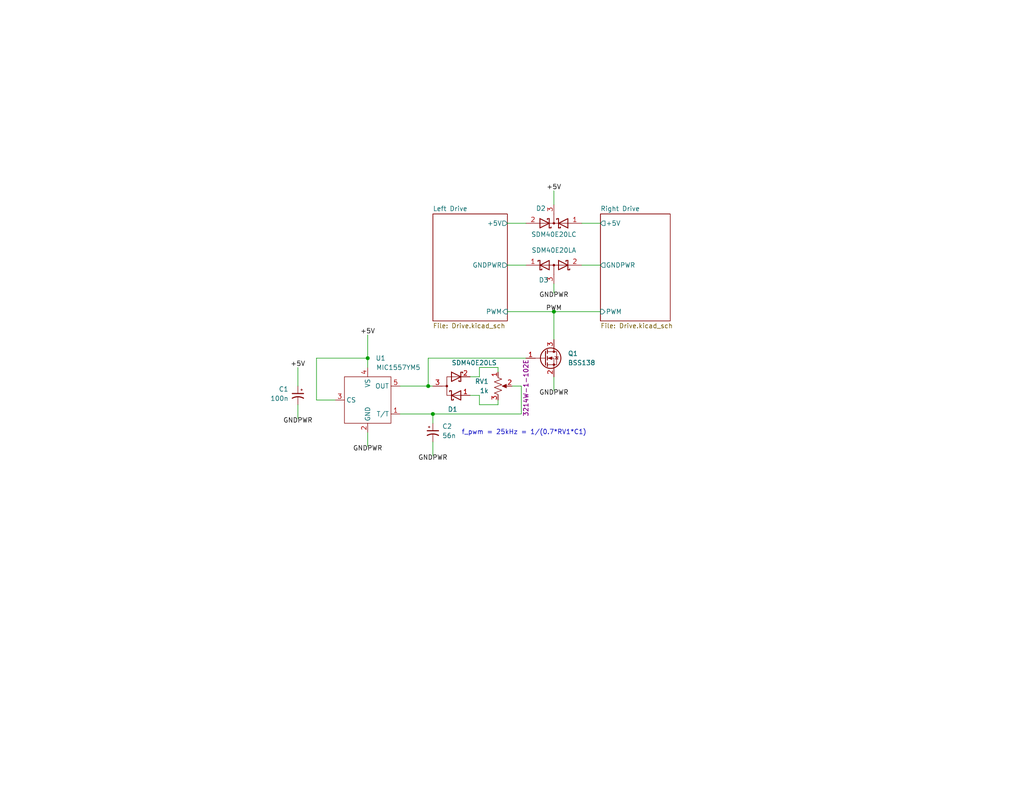
<source format=kicad_sch>
(kicad_sch
	(version 20250114)
	(generator "eeschema")
	(generator_version "9.0")
	(uuid "f116b78d-6426-4cfa-af3a-480932d1a135")
	(paper "USLetter")
	(lib_symbols
		(symbol "1U Backplane:MIC1557"
			(exclude_from_sim no)
			(in_bom yes)
			(on_board yes)
			(property "Reference" "U1"
				(at 2.1433 3.81 0)
				(effects
					(font
						(size 1.27 1.27)
					)
					(justify left)
				)
			)
			(property "Value" "MIC1557YM5"
				(at 2.286 1.27 0)
				(effects
					(font
						(size 1.27 1.27)
					)
					(justify left)
				)
			)
			(property "Footprint" "Package_TO_SOT_SMD:SOT-23-5"
				(at 0 0 0)
				(effects
					(font
						(size 1.27 1.27)
					)
					(hide yes)
				)
			)
			(property "Datasheet" "https://ww1.microchip.com/downloads/aemDocuments/documents/OTH/ProductDocuments/DataSheets/MIC1555-57-IttyBitty-RC-Timer-Oscillator-DS20005730B.pdf"
				(at 0 0 0)
				(effects
					(font
						(size 1.27 1.27)
					)
					(hide yes)
				)
			)
			(property "Description" "IttyBitty RC Oscillator"
				(at 0 0 0)
				(effects
					(font
						(size 1.27 1.27)
					)
					(hide yes)
				)
			)
			(symbol "MIC1557_0_0"
				(pin input line
					(at -8.89 -7.62 0)
					(length 2.54)
					(name "CS"
						(effects
							(font
								(size 1.27 1.27)
							)
						)
					)
					(number "3"
						(effects
							(font
								(size 1.27 1.27)
							)
						)
					)
				)
				(pin power_in line
					(at 0 1.27 270)
					(length 2.54)
					(name "VS"
						(effects
							(font
								(size 1.27 1.27)
							)
						)
					)
					(number "4"
						(effects
							(font
								(size 1.27 1.27)
							)
						)
					)
				)
				(pin power_in line
					(at 0 -16.51 90)
					(length 2.54)
					(name "GND"
						(effects
							(font
								(size 1.27 1.27)
							)
						)
					)
					(number "2"
						(effects
							(font
								(size 1.27 1.27)
							)
						)
					)
				)
				(pin output line
					(at 8.89 -3.81 180)
					(length 2.54)
					(name "OUT"
						(effects
							(font
								(size 1.27 1.27)
							)
						)
					)
					(number "5"
						(effects
							(font
								(size 1.27 1.27)
							)
						)
					)
				)
				(pin bidirectional line
					(at 8.89 -11.43 180)
					(length 2.54)
					(name "T/T"
						(effects
							(font
								(size 1.27 1.27)
							)
						)
					)
					(number "1"
						(effects
							(font
								(size 1.27 1.27)
							)
						)
					)
				)
			)
			(symbol "MIC1557_0_1"
				(rectangle
					(start -6.35 -1.27)
					(end 6.35 -13.97)
					(stroke
						(width 0)
						(type default)
					)
					(fill
						(type none)
					)
				)
			)
			(embedded_fonts no)
		)
		(symbol "Device:C_Polarized_Small_US"
			(pin_numbers
				(hide yes)
			)
			(pin_names
				(offset 0.254)
				(hide yes)
			)
			(exclude_from_sim no)
			(in_bom yes)
			(on_board yes)
			(property "Reference" "C"
				(at 0.254 1.778 0)
				(effects
					(font
						(size 1.27 1.27)
					)
					(justify left)
				)
			)
			(property "Value" "C_Polarized_Small_US"
				(at 0.254 -2.032 0)
				(effects
					(font
						(size 1.27 1.27)
					)
					(justify left)
				)
			)
			(property "Footprint" ""
				(at 0 0 0)
				(effects
					(font
						(size 1.27 1.27)
					)
					(hide yes)
				)
			)
			(property "Datasheet" "~"
				(at 0 0 0)
				(effects
					(font
						(size 1.27 1.27)
					)
					(hide yes)
				)
			)
			(property "Description" "Polarized capacitor, small US symbol"
				(at 0 0 0)
				(effects
					(font
						(size 1.27 1.27)
					)
					(hide yes)
				)
			)
			(property "ki_keywords" "cap capacitor"
				(at 0 0 0)
				(effects
					(font
						(size 1.27 1.27)
					)
					(hide yes)
				)
			)
			(property "ki_fp_filters" "CP_*"
				(at 0 0 0)
				(effects
					(font
						(size 1.27 1.27)
					)
					(hide yes)
				)
			)
			(symbol "C_Polarized_Small_US_0_1"
				(polyline
					(pts
						(xy -1.524 0.508) (xy 1.524 0.508)
					)
					(stroke
						(width 0.3048)
						(type default)
					)
					(fill
						(type none)
					)
				)
				(polyline
					(pts
						(xy -1.27 1.524) (xy -0.762 1.524)
					)
					(stroke
						(width 0)
						(type default)
					)
					(fill
						(type none)
					)
				)
				(polyline
					(pts
						(xy -1.016 1.27) (xy -1.016 1.778)
					)
					(stroke
						(width 0)
						(type default)
					)
					(fill
						(type none)
					)
				)
				(arc
					(start -1.524 -0.762)
					(mid 0 -0.3734)
					(end 1.524 -0.762)
					(stroke
						(width 0.3048)
						(type default)
					)
					(fill
						(type none)
					)
				)
			)
			(symbol "C_Polarized_Small_US_1_1"
				(pin passive line
					(at 0 2.54 270)
					(length 2.032)
					(name "~"
						(effects
							(font
								(size 1.27 1.27)
							)
						)
					)
					(number "1"
						(effects
							(font
								(size 1.27 1.27)
							)
						)
					)
				)
				(pin passive line
					(at 0 -2.54 90)
					(length 2.032)
					(name "~"
						(effects
							(font
								(size 1.27 1.27)
							)
						)
					)
					(number "2"
						(effects
							(font
								(size 1.27 1.27)
							)
						)
					)
				)
			)
			(embedded_fonts no)
		)
		(symbol "Device:D_Schottky_Dual_CommonAnode_KKA"
			(pin_names
				(offset 0.762)
				(hide yes)
			)
			(exclude_from_sim no)
			(in_bom yes)
			(on_board yes)
			(property "Reference" "D"
				(at 1.27 -2.54 0)
				(effects
					(font
						(size 1.27 1.27)
					)
				)
			)
			(property "Value" "D_Schottky_Dual_CommonAnode_KKA"
				(at 0 2.54 0)
				(effects
					(font
						(size 1.27 1.27)
					)
				)
			)
			(property "Footprint" ""
				(at 0 0 0)
				(effects
					(font
						(size 1.27 1.27)
					)
					(hide yes)
				)
			)
			(property "Datasheet" "~"
				(at 0 0 0)
				(effects
					(font
						(size 1.27 1.27)
					)
					(hide yes)
				)
			)
			(property "Description" "Dual Schottky diode, common anode on pin 3"
				(at 0 0 0)
				(effects
					(font
						(size 1.27 1.27)
					)
					(hide yes)
				)
			)
			(property "ki_keywords" "diode"
				(at 0 0 0)
				(effects
					(font
						(size 1.27 1.27)
					)
					(hide yes)
				)
			)
			(symbol "D_Schottky_Dual_CommonAnode_KKA_0_1"
				(polyline
					(pts
						(xy -3.81 1.27) (xy -3.81 -1.27) (xy -3.81 -1.27)
					)
					(stroke
						(width 0.254)
						(type default)
					)
					(fill
						(type none)
					)
				)
				(polyline
					(pts
						(xy -3.81 1.27) (xy -4.318 1.27) (xy -4.318 1.016) (xy -4.318 1.016)
					)
					(stroke
						(width 0.254)
						(type default)
					)
					(fill
						(type none)
					)
				)
				(polyline
					(pts
						(xy -3.556 0) (xy 3.81 0)
					)
					(stroke
						(width 0)
						(type default)
					)
					(fill
						(type none)
					)
				)
				(polyline
					(pts
						(xy -3.302 -1.016) (xy -3.302 -1.27) (xy -3.81 -1.27) (xy -3.81 -1.27) (xy -3.81 -1.27)
					)
					(stroke
						(width 0.254)
						(type default)
					)
					(fill
						(type none)
					)
				)
				(polyline
					(pts
						(xy -1.27 -1.27) (xy -3.81 0) (xy -1.27 1.27) (xy -1.27 -1.27) (xy -1.27 -1.27) (xy -1.27 -1.27)
					)
					(stroke
						(width 0.254)
						(type default)
					)
					(fill
						(type none)
					)
				)
				(polyline
					(pts
						(xy 0 0) (xy 0 -2.54)
					)
					(stroke
						(width 0)
						(type default)
					)
					(fill
						(type none)
					)
				)
				(circle
					(center 0 0)
					(radius 0.254)
					(stroke
						(width 0)
						(type default)
					)
					(fill
						(type outline)
					)
				)
				(polyline
					(pts
						(xy 1.27 1.27) (xy 3.81 0) (xy 1.27 -1.27) (xy 1.27 1.27) (xy 1.27 1.27) (xy 1.27 1.27)
					)
					(stroke
						(width 0.254)
						(type default)
					)
					(fill
						(type none)
					)
				)
				(polyline
					(pts
						(xy 3.81 1.27) (xy 3.81 -1.27) (xy 3.81 -1.27)
					)
					(stroke
						(width 0.254)
						(type default)
					)
					(fill
						(type none)
					)
				)
				(polyline
					(pts
						(xy 3.81 1.27) (xy 3.302 1.27) (xy 3.302 1.016) (xy 3.302 1.016)
					)
					(stroke
						(width 0.254)
						(type default)
					)
					(fill
						(type none)
					)
				)
				(polyline
					(pts
						(xy 3.81 -1.27) (xy 4.318 -1.27) (xy 4.318 -1.016) (xy 4.318 -1.016)
					)
					(stroke
						(width 0.254)
						(type default)
					)
					(fill
						(type none)
					)
				)
				(pin passive line
					(at -7.62 0 0)
					(length 3.81)
					(name "K"
						(effects
							(font
								(size 1.27 1.27)
							)
						)
					)
					(number "1"
						(effects
							(font
								(size 1.27 1.27)
							)
						)
					)
				)
				(pin passive line
					(at 0 -5.08 90)
					(length 2.54)
					(name "A"
						(effects
							(font
								(size 1.27 1.27)
							)
						)
					)
					(number "3"
						(effects
							(font
								(size 1.27 1.27)
							)
						)
					)
				)
				(pin passive line
					(at 7.62 0 180)
					(length 3.81)
					(name "K"
						(effects
							(font
								(size 1.27 1.27)
							)
						)
					)
					(number "2"
						(effects
							(font
								(size 1.27 1.27)
							)
						)
					)
				)
			)
			(embedded_fonts no)
		)
		(symbol "Device:D_Schottky_Dual_CommonCathode_AAK"
			(pin_names
				(offset 0.762)
				(hide yes)
			)
			(exclude_from_sim no)
			(in_bom yes)
			(on_board yes)
			(property "Reference" "D"
				(at 1.27 -2.54 0)
				(effects
					(font
						(size 1.27 1.27)
					)
				)
			)
			(property "Value" "D_Schottky_Dual_CommonCathode_AAK"
				(at 0 2.54 0)
				(effects
					(font
						(size 1.27 1.27)
					)
				)
			)
			(property "Footprint" ""
				(at 0 0 0)
				(effects
					(font
						(size 1.27 1.27)
					)
					(hide yes)
				)
			)
			(property "Datasheet" "~"
				(at 0 0 0)
				(effects
					(font
						(size 1.27 1.27)
					)
					(hide yes)
				)
			)
			(property "Description" "Dual Schottky diode, common cathode on pin 3"
				(at 0 0 0)
				(effects
					(font
						(size 1.27 1.27)
					)
					(hide yes)
				)
			)
			(property "ki_keywords" "diode"
				(at 0 0 0)
				(effects
					(font
						(size 1.27 1.27)
					)
					(hide yes)
				)
			)
			(symbol "D_Schottky_Dual_CommonCathode_AAK_0_1"
				(polyline
					(pts
						(xy -3.81 1.27) (xy -1.27 0) (xy -3.81 -1.27) (xy -3.81 1.27) (xy -3.81 1.27) (xy -3.81 1.27)
					)
					(stroke
						(width 0.254)
						(type default)
					)
					(fill
						(type none)
					)
				)
				(polyline
					(pts
						(xy -3.81 0) (xy 3.81 0)
					)
					(stroke
						(width 0)
						(type default)
					)
					(fill
						(type none)
					)
				)
				(polyline
					(pts
						(xy -1.778 1.016) (xy -1.778 1.27) (xy -1.27 1.27) (xy -1.27 1.27) (xy -1.27 1.27)
					)
					(stroke
						(width 0.254)
						(type default)
					)
					(fill
						(type none)
					)
				)
				(polyline
					(pts
						(xy -1.27 -1.27) (xy -1.27 1.27) (xy -1.27 1.27)
					)
					(stroke
						(width 0.254)
						(type default)
					)
					(fill
						(type none)
					)
				)
				(polyline
					(pts
						(xy -1.27 -1.27) (xy -0.762 -1.27) (xy -0.762 -1.016) (xy -0.762 -1.016)
					)
					(stroke
						(width 0.254)
						(type default)
					)
					(fill
						(type none)
					)
				)
				(polyline
					(pts
						(xy 0 0) (xy 0 -2.54)
					)
					(stroke
						(width 0)
						(type default)
					)
					(fill
						(type none)
					)
				)
				(circle
					(center 0 0)
					(radius 0.254)
					(stroke
						(width 0)
						(type default)
					)
					(fill
						(type outline)
					)
				)
				(polyline
					(pts
						(xy 1.27 1.27) (xy 0.762 1.27) (xy 0.762 1.016) (xy 0.762 1.016)
					)
					(stroke
						(width 0.254)
						(type default)
					)
					(fill
						(type none)
					)
				)
				(polyline
					(pts
						(xy 1.27 -1.27) (xy 1.27 1.27) (xy 1.27 1.27)
					)
					(stroke
						(width 0.254)
						(type default)
					)
					(fill
						(type none)
					)
				)
				(polyline
					(pts
						(xy 1.27 -1.27) (xy 1.778 -1.27) (xy 1.778 -1.016) (xy 1.778 -1.016)
					)
					(stroke
						(width 0.254)
						(type default)
					)
					(fill
						(type none)
					)
				)
				(polyline
					(pts
						(xy 3.81 -1.27) (xy 1.27 0) (xy 3.81 1.27) (xy 3.81 -1.27) (xy 3.81 -1.27) (xy 3.81 -1.27)
					)
					(stroke
						(width 0.254)
						(type default)
					)
					(fill
						(type none)
					)
				)
				(pin passive line
					(at -7.62 0 0)
					(length 3.81)
					(name "A"
						(effects
							(font
								(size 1.27 1.27)
							)
						)
					)
					(number "1"
						(effects
							(font
								(size 1.27 1.27)
							)
						)
					)
				)
				(pin passive line
					(at 0 -5.08 90)
					(length 2.54)
					(name "K"
						(effects
							(font
								(size 1.27 1.27)
							)
						)
					)
					(number "3"
						(effects
							(font
								(size 1.27 1.27)
							)
						)
					)
				)
				(pin passive line
					(at 7.62 0 180)
					(length 3.81)
					(name "A"
						(effects
							(font
								(size 1.27 1.27)
							)
						)
					)
					(number "2"
						(effects
							(font
								(size 1.27 1.27)
							)
						)
					)
				)
			)
			(embedded_fonts no)
		)
		(symbol "Device:D_Schottky_Dual_Series_AKC_Parallel"
			(pin_names
				(offset 0.762)
				(hide yes)
			)
			(exclude_from_sim no)
			(in_bom yes)
			(on_board yes)
			(property "Reference" "D"
				(at 0 5.08 0)
				(effects
					(font
						(size 1.27 1.27)
					)
				)
			)
			(property "Value" "D_Schottky_Dual_Series_AKC_Parallel"
				(at 0 -5.08 0)
				(effects
					(font
						(size 1.27 1.27)
					)
				)
			)
			(property "Footprint" ""
				(at -1.27 0 0)
				(effects
					(font
						(size 1.27 1.27)
					)
					(hide yes)
				)
			)
			(property "Datasheet" "~"
				(at -1.27 0 0)
				(effects
					(font
						(size 1.27 1.27)
					)
					(hide yes)
				)
			)
			(property "Description" "Dual Schottky diode, anode/cathode/center"
				(at 0 0 0)
				(effects
					(font
						(size 1.27 1.27)
					)
					(hide yes)
				)
			)
			(property "ki_keywords" "diode"
				(at 0 0 0)
				(effects
					(font
						(size 1.27 1.27)
					)
					(hide yes)
				)
			)
			(symbol "D_Schottky_Dual_Series_AKC_Parallel_0_1"
				(circle
					(center -1.27 0)
					(radius 0.254)
					(stroke
						(width 0)
						(type default)
					)
					(fill
						(type outline)
					)
				)
				(polyline
					(pts
						(xy -1.27 0) (xy -2.54 0)
					)
					(stroke
						(width 0)
						(type default)
					)
					(fill
						(type none)
					)
				)
				(polyline
					(pts
						(xy -0.508 -1.524) (xy -0.508 -1.27) (xy 0 -1.27) (xy 0 -3.81) (xy 0.508 -3.81) (xy 0.508 -3.556)
					)
					(stroke
						(width 0.254)
						(type default)
					)
					(fill
						(type none)
					)
				)
				(polyline
					(pts
						(xy 0 3.81) (xy 2.54 2.54) (xy 0 1.27) (xy 0 3.81) (xy 0 3.81) (xy 0 3.81)
					)
					(stroke
						(width 0.254)
						(type default)
					)
					(fill
						(type none)
					)
				)
				(polyline
					(pts
						(xy 2.54 2.54) (xy -1.27 2.54) (xy -1.27 -2.54) (xy 2.54 -2.54)
					)
					(stroke
						(width 0)
						(type default)
					)
					(fill
						(type none)
					)
				)
				(polyline
					(pts
						(xy 2.54 -1.27) (xy 0 -2.54) (xy 2.54 -3.81) (xy 2.54 -1.27) (xy 2.54 -1.27) (xy 2.54 -1.27)
					)
					(stroke
						(width 0.254)
						(type default)
					)
					(fill
						(type none)
					)
				)
				(polyline
					(pts
						(xy 3.048 3.556) (xy 3.048 3.81) (xy 2.54 3.81) (xy 2.54 1.27) (xy 2.032 1.27) (xy 2.032 1.524)
					)
					(stroke
						(width 0.254)
						(type default)
					)
					(fill
						(type none)
					)
				)
				(pin passive line
					(at -5.08 0 0)
					(length 2.54)
					(name "A"
						(effects
							(font
								(size 1.27 1.27)
							)
						)
					)
					(number "3"
						(effects
							(font
								(size 1.27 1.27)
							)
						)
					)
				)
				(pin passive line
					(at 5.08 2.54 180)
					(length 2.54)
					(name "K"
						(effects
							(font
								(size 1.27 1.27)
							)
						)
					)
					(number "2"
						(effects
							(font
								(size 1.27 1.27)
							)
						)
					)
				)
				(pin passive line
					(at 5.08 -2.54 180)
					(length 2.54)
					(name "K"
						(effects
							(font
								(size 1.27 1.27)
							)
						)
					)
					(number "1"
						(effects
							(font
								(size 1.27 1.27)
							)
						)
					)
				)
			)
			(embedded_fonts no)
		)
		(symbol "Device:R_Potentiometer_US"
			(pin_names
				(offset 1.016)
				(hide yes)
			)
			(exclude_from_sim no)
			(in_bom yes)
			(on_board yes)
			(property "Reference" "RV"
				(at -4.445 0 90)
				(effects
					(font
						(size 1.27 1.27)
					)
				)
			)
			(property "Value" "R_Potentiometer_US"
				(at -2.54 0 90)
				(effects
					(font
						(size 1.27 1.27)
					)
				)
			)
			(property "Footprint" ""
				(at 0 0 0)
				(effects
					(font
						(size 1.27 1.27)
					)
					(hide yes)
				)
			)
			(property "Datasheet" "~"
				(at 0 0 0)
				(effects
					(font
						(size 1.27 1.27)
					)
					(hide yes)
				)
			)
			(property "Description" "Potentiometer, US symbol"
				(at 0 0 0)
				(effects
					(font
						(size 1.27 1.27)
					)
					(hide yes)
				)
			)
			(property "ki_keywords" "resistor variable"
				(at 0 0 0)
				(effects
					(font
						(size 1.27 1.27)
					)
					(hide yes)
				)
			)
			(property "ki_fp_filters" "Potentiometer*"
				(at 0 0 0)
				(effects
					(font
						(size 1.27 1.27)
					)
					(hide yes)
				)
			)
			(symbol "R_Potentiometer_US_0_1"
				(polyline
					(pts
						(xy 0 2.54) (xy 0 2.286)
					)
					(stroke
						(width 0)
						(type default)
					)
					(fill
						(type none)
					)
				)
				(polyline
					(pts
						(xy 0 2.286) (xy 1.016 1.905) (xy 0 1.524) (xy -1.016 1.143) (xy 0 0.762)
					)
					(stroke
						(width 0)
						(type default)
					)
					(fill
						(type none)
					)
				)
				(polyline
					(pts
						(xy 0 0.762) (xy 1.016 0.381) (xy 0 0) (xy -1.016 -0.381) (xy 0 -0.762)
					)
					(stroke
						(width 0)
						(type default)
					)
					(fill
						(type none)
					)
				)
				(polyline
					(pts
						(xy 0 -0.762) (xy 1.016 -1.143) (xy 0 -1.524) (xy -1.016 -1.905) (xy 0 -2.286)
					)
					(stroke
						(width 0)
						(type default)
					)
					(fill
						(type none)
					)
				)
				(polyline
					(pts
						(xy 0 -2.286) (xy 0 -2.54)
					)
					(stroke
						(width 0)
						(type default)
					)
					(fill
						(type none)
					)
				)
				(polyline
					(pts
						(xy 1.143 0) (xy 2.286 0.508) (xy 2.286 -0.508) (xy 1.143 0)
					)
					(stroke
						(width 0)
						(type default)
					)
					(fill
						(type outline)
					)
				)
				(polyline
					(pts
						(xy 2.54 0) (xy 1.524 0)
					)
					(stroke
						(width 0)
						(type default)
					)
					(fill
						(type none)
					)
				)
			)
			(symbol "R_Potentiometer_US_1_1"
				(pin passive line
					(at 0 3.81 270)
					(length 1.27)
					(name "1"
						(effects
							(font
								(size 1.27 1.27)
							)
						)
					)
					(number "1"
						(effects
							(font
								(size 1.27 1.27)
							)
						)
					)
				)
				(pin passive line
					(at 0 -3.81 90)
					(length 1.27)
					(name "3"
						(effects
							(font
								(size 1.27 1.27)
							)
						)
					)
					(number "3"
						(effects
							(font
								(size 1.27 1.27)
							)
						)
					)
				)
				(pin passive line
					(at 3.81 0 180)
					(length 1.27)
					(name "2"
						(effects
							(font
								(size 1.27 1.27)
							)
						)
					)
					(number "2"
						(effects
							(font
								(size 1.27 1.27)
							)
						)
					)
				)
			)
			(embedded_fonts no)
		)
		(symbol "Transistor_FET:BSS138"
			(pin_names
				(hide yes)
			)
			(exclude_from_sim no)
			(in_bom yes)
			(on_board yes)
			(property "Reference" "Q"
				(at 5.08 1.905 0)
				(effects
					(font
						(size 1.27 1.27)
					)
					(justify left)
				)
			)
			(property "Value" "BSS138"
				(at 5.08 0 0)
				(effects
					(font
						(size 1.27 1.27)
					)
					(justify left)
				)
			)
			(property "Footprint" "Package_TO_SOT_SMD:SOT-23"
				(at 5.08 -1.905 0)
				(effects
					(font
						(size 1.27 1.27)
						(italic yes)
					)
					(justify left)
					(hide yes)
				)
			)
			(property "Datasheet" "https://www.onsemi.com/pub/Collateral/BSS138-D.PDF"
				(at 5.08 -3.81 0)
				(effects
					(font
						(size 1.27 1.27)
					)
					(justify left)
					(hide yes)
				)
			)
			(property "Description" "50V Vds, 0.22A Id, N-Channel MOSFET, SOT-23"
				(at 0 0 0)
				(effects
					(font
						(size 1.27 1.27)
					)
					(hide yes)
				)
			)
			(property "ki_keywords" "N-Channel MOSFET"
				(at 0 0 0)
				(effects
					(font
						(size 1.27 1.27)
					)
					(hide yes)
				)
			)
			(property "ki_fp_filters" "SOT?23*"
				(at 0 0 0)
				(effects
					(font
						(size 1.27 1.27)
					)
					(hide yes)
				)
			)
			(symbol "BSS138_0_1"
				(polyline
					(pts
						(xy 0.254 1.905) (xy 0.254 -1.905)
					)
					(stroke
						(width 0.254)
						(type default)
					)
					(fill
						(type none)
					)
				)
				(polyline
					(pts
						(xy 0.254 0) (xy -2.54 0)
					)
					(stroke
						(width 0)
						(type default)
					)
					(fill
						(type none)
					)
				)
				(polyline
					(pts
						(xy 0.762 2.286) (xy 0.762 1.27)
					)
					(stroke
						(width 0.254)
						(type default)
					)
					(fill
						(type none)
					)
				)
				(polyline
					(pts
						(xy 0.762 0.508) (xy 0.762 -0.508)
					)
					(stroke
						(width 0.254)
						(type default)
					)
					(fill
						(type none)
					)
				)
				(polyline
					(pts
						(xy 0.762 -1.27) (xy 0.762 -2.286)
					)
					(stroke
						(width 0.254)
						(type default)
					)
					(fill
						(type none)
					)
				)
				(polyline
					(pts
						(xy 0.762 -1.778) (xy 3.302 -1.778) (xy 3.302 1.778) (xy 0.762 1.778)
					)
					(stroke
						(width 0)
						(type default)
					)
					(fill
						(type none)
					)
				)
				(polyline
					(pts
						(xy 1.016 0) (xy 2.032 0.381) (xy 2.032 -0.381) (xy 1.016 0)
					)
					(stroke
						(width 0)
						(type default)
					)
					(fill
						(type outline)
					)
				)
				(circle
					(center 1.651 0)
					(radius 2.794)
					(stroke
						(width 0.254)
						(type default)
					)
					(fill
						(type none)
					)
				)
				(polyline
					(pts
						(xy 2.54 2.54) (xy 2.54 1.778)
					)
					(stroke
						(width 0)
						(type default)
					)
					(fill
						(type none)
					)
				)
				(circle
					(center 2.54 1.778)
					(radius 0.254)
					(stroke
						(width 0)
						(type default)
					)
					(fill
						(type outline)
					)
				)
				(circle
					(center 2.54 -1.778)
					(radius 0.254)
					(stroke
						(width 0)
						(type default)
					)
					(fill
						(type outline)
					)
				)
				(polyline
					(pts
						(xy 2.54 -2.54) (xy 2.54 0) (xy 0.762 0)
					)
					(stroke
						(width 0)
						(type default)
					)
					(fill
						(type none)
					)
				)
				(polyline
					(pts
						(xy 2.794 0.508) (xy 2.921 0.381) (xy 3.683 0.381) (xy 3.81 0.254)
					)
					(stroke
						(width 0)
						(type default)
					)
					(fill
						(type none)
					)
				)
				(polyline
					(pts
						(xy 3.302 0.381) (xy 2.921 -0.254) (xy 3.683 -0.254) (xy 3.302 0.381)
					)
					(stroke
						(width 0)
						(type default)
					)
					(fill
						(type none)
					)
				)
			)
			(symbol "BSS138_1_1"
				(pin input line
					(at -5.08 0 0)
					(length 2.54)
					(name "G"
						(effects
							(font
								(size 1.27 1.27)
							)
						)
					)
					(number "1"
						(effects
							(font
								(size 1.27 1.27)
							)
						)
					)
				)
				(pin passive line
					(at 2.54 5.08 270)
					(length 2.54)
					(name "D"
						(effects
							(font
								(size 1.27 1.27)
							)
						)
					)
					(number "3"
						(effects
							(font
								(size 1.27 1.27)
							)
						)
					)
				)
				(pin passive line
					(at 2.54 -5.08 90)
					(length 2.54)
					(name "S"
						(effects
							(font
								(size 1.27 1.27)
							)
						)
					)
					(number "2"
						(effects
							(font
								(size 1.27 1.27)
							)
						)
					)
				)
			)
			(embedded_fonts no)
		)
	)
	(text "f_pwm = 25kHz = 1/(0.7*RV1*C1)"
		(exclude_from_sim no)
		(at 143.002 118.11 0)
		(effects
			(font
				(size 1.27 1.27)
			)
		)
		(uuid "d21bc385-d2c7-4dbe-8b49-fbdc03b8eaf5")
	)
	(junction
		(at 118.11 113.03)
		(diameter 0)
		(color 0 0 0 0)
		(uuid "47e3bf75-410b-496c-b19f-6a63da37ce37")
	)
	(junction
		(at 151.13 85.09)
		(diameter 0)
		(color 0 0 0 0)
		(uuid "576dc5ae-12d0-44ee-b96c-3bffa4a41e7c")
	)
	(junction
		(at 100.33 97.79)
		(diameter 0)
		(color 0 0 0 0)
		(uuid "730d704a-c4e5-4a71-9bb7-5ea7cdc910e9")
	)
	(junction
		(at 116.84 105.41)
		(diameter 0)
		(color 0 0 0 0)
		(uuid "7f7e4a86-d19b-4246-963a-233c4bf201ba")
	)
	(wire
		(pts
			(xy 130.81 102.87) (xy 130.81 100.33)
		)
		(stroke
			(width 0)
			(type default)
		)
		(uuid "038bf471-8bc6-4b77-9051-7556832a8ab8")
	)
	(wire
		(pts
			(xy 138.43 85.09) (xy 151.13 85.09)
		)
		(stroke
			(width 0)
			(type default)
		)
		(uuid "0789a84a-615d-404b-87b9-7a54c7884203")
	)
	(wire
		(pts
			(xy 151.13 85.09) (xy 151.13 92.71)
		)
		(stroke
			(width 0)
			(type default)
		)
		(uuid "0e7125d3-f9ea-4c1e-b85b-1780efe8967f")
	)
	(wire
		(pts
			(xy 151.13 102.87) (xy 151.13 106.68)
		)
		(stroke
			(width 0)
			(type default)
		)
		(uuid "117c2cef-f1d1-490a-befe-965050043b9a")
	)
	(wire
		(pts
			(xy 116.84 105.41) (xy 118.11 105.41)
		)
		(stroke
			(width 0)
			(type default)
		)
		(uuid "1ac9b72d-1153-4a9d-9668-04ba9292eaee")
	)
	(wire
		(pts
			(xy 151.13 77.47) (xy 151.13 80.01)
		)
		(stroke
			(width 0)
			(type default)
		)
		(uuid "1dc5d0b6-1c59-4742-9211-6423459588e4")
	)
	(wire
		(pts
			(xy 100.33 118.11) (xy 100.33 121.92)
		)
		(stroke
			(width 0)
			(type default)
		)
		(uuid "1f28b183-12b9-4485-aec6-c9f62dcd6f69")
	)
	(wire
		(pts
			(xy 86.36 97.79) (xy 100.33 97.79)
		)
		(stroke
			(width 0)
			(type default)
		)
		(uuid "1fabe57d-d061-4846-bf5c-abd4ba8e28c2")
	)
	(wire
		(pts
			(xy 109.22 105.41) (xy 116.84 105.41)
		)
		(stroke
			(width 0)
			(type default)
		)
		(uuid "2877dde8-20e7-4aa9-92b1-b231d8afa9d9")
	)
	(wire
		(pts
			(xy 130.81 100.33) (xy 135.89 100.33)
		)
		(stroke
			(width 0)
			(type default)
		)
		(uuid "350c560b-9e0b-4cc3-901b-8d74a9e3ffde")
	)
	(wire
		(pts
			(xy 142.24 113.03) (xy 142.24 105.41)
		)
		(stroke
			(width 0)
			(type default)
		)
		(uuid "3bce49d3-6451-4fac-abe1-829ec1d433d6")
	)
	(wire
		(pts
			(xy 109.22 113.03) (xy 118.11 113.03)
		)
		(stroke
			(width 0)
			(type default)
		)
		(uuid "47f2eb20-d0d9-4743-848c-b69e9ce2b9ec")
	)
	(wire
		(pts
			(xy 86.36 97.79) (xy 86.36 109.22)
		)
		(stroke
			(width 0)
			(type default)
		)
		(uuid "571ed1dc-02c2-454c-ba9d-4fac7e21a8ea")
	)
	(wire
		(pts
			(xy 100.33 97.79) (xy 100.33 100.33)
		)
		(stroke
			(width 0)
			(type default)
		)
		(uuid "5f929bcd-d0cc-43e8-8814-f9c607776674")
	)
	(wire
		(pts
			(xy 128.27 107.95) (xy 130.81 107.95)
		)
		(stroke
			(width 0)
			(type default)
		)
		(uuid "619ef41f-9ab5-4cd5-bfda-f2224598b0f9")
	)
	(wire
		(pts
			(xy 143.51 97.79) (xy 116.84 97.79)
		)
		(stroke
			(width 0)
			(type default)
		)
		(uuid "669e710e-5962-4c2f-bcc5-9bd85c89e12b")
	)
	(wire
		(pts
			(xy 158.75 72.39) (xy 163.83 72.39)
		)
		(stroke
			(width 0)
			(type default)
		)
		(uuid "69b3f0c5-0ee5-4755-9d82-1bcca28c0cb6")
	)
	(wire
		(pts
			(xy 151.13 52.07) (xy 151.13 55.88)
		)
		(stroke
			(width 0)
			(type default)
		)
		(uuid "6fd01d8d-5ae4-48dd-9310-09ebaf0565af")
	)
	(wire
		(pts
			(xy 158.75 60.96) (xy 163.83 60.96)
		)
		(stroke
			(width 0)
			(type default)
		)
		(uuid "721243cd-e615-4020-9c55-865ae000ae45")
	)
	(wire
		(pts
			(xy 142.24 105.41) (xy 139.7 105.41)
		)
		(stroke
			(width 0)
			(type default)
		)
		(uuid "78e178b9-5260-42ea-871f-2eddd5a4ec31")
	)
	(wire
		(pts
			(xy 130.81 110.49) (xy 135.89 110.49)
		)
		(stroke
			(width 0)
			(type default)
		)
		(uuid "85360bc7-d9aa-4364-aba6-5bdd337c3fb1")
	)
	(wire
		(pts
			(xy 116.84 97.79) (xy 116.84 105.41)
		)
		(stroke
			(width 0)
			(type default)
		)
		(uuid "865a53a3-67bc-437e-8db2-d51897027428")
	)
	(wire
		(pts
			(xy 91.44 109.22) (xy 86.36 109.22)
		)
		(stroke
			(width 0)
			(type default)
		)
		(uuid "8a3601b6-f2a5-44b6-8228-81a480154360")
	)
	(wire
		(pts
			(xy 118.11 113.03) (xy 142.24 113.03)
		)
		(stroke
			(width 0)
			(type default)
		)
		(uuid "90d2b535-e56e-480c-89ea-416d84ee72d1")
	)
	(wire
		(pts
			(xy 118.11 115.57) (xy 118.11 113.03)
		)
		(stroke
			(width 0)
			(type default)
		)
		(uuid "a8b60f4e-8771-46d6-9fd0-54d3bab83a63")
	)
	(wire
		(pts
			(xy 138.43 60.96) (xy 143.51 60.96)
		)
		(stroke
			(width 0)
			(type default)
		)
		(uuid "af08a17d-b527-43f7-ac2e-02a1170bbe79")
	)
	(wire
		(pts
			(xy 81.28 100.33) (xy 81.28 105.41)
		)
		(stroke
			(width 0)
			(type default)
		)
		(uuid "af3696a1-6668-43c8-a3c1-0421b0aedc9a")
	)
	(wire
		(pts
			(xy 151.13 85.09) (xy 163.83 85.09)
		)
		(stroke
			(width 0)
			(type default)
		)
		(uuid "b3399640-7fd2-42d6-95a8-6bf094230c78")
	)
	(wire
		(pts
			(xy 135.89 110.49) (xy 135.89 109.22)
		)
		(stroke
			(width 0)
			(type default)
		)
		(uuid "b49e18ff-dd0a-40a5-8dc1-6847299722a2")
	)
	(wire
		(pts
			(xy 118.11 120.65) (xy 118.11 124.46)
		)
		(stroke
			(width 0)
			(type default)
		)
		(uuid "bf98dda8-7acc-43d4-a16a-5ddec370dc5c")
	)
	(wire
		(pts
			(xy 130.81 107.95) (xy 130.81 110.49)
		)
		(stroke
			(width 0)
			(type default)
		)
		(uuid "c299fef0-c440-4fda-8c14-b6b16877156b")
	)
	(wire
		(pts
			(xy 138.43 72.39) (xy 143.51 72.39)
		)
		(stroke
			(width 0)
			(type default)
		)
		(uuid "c60e1689-713d-421f-a487-b57641704459")
	)
	(wire
		(pts
			(xy 81.28 110.49) (xy 81.28 114.3)
		)
		(stroke
			(width 0)
			(type default)
		)
		(uuid "d299e872-7189-4f10-8da3-42fd3470bd10")
	)
	(wire
		(pts
			(xy 135.89 100.33) (xy 135.89 101.6)
		)
		(stroke
			(width 0)
			(type default)
		)
		(uuid "d694af1a-2abf-4746-a9e2-f386bf437af4")
	)
	(wire
		(pts
			(xy 100.33 91.44) (xy 100.33 97.79)
		)
		(stroke
			(width 0)
			(type default)
		)
		(uuid "da0b5362-a50d-4833-be53-6e49976f9dd8")
	)
	(wire
		(pts
			(xy 128.27 102.87) (xy 130.81 102.87)
		)
		(stroke
			(width 0)
			(type default)
		)
		(uuid "dddd365c-cb35-42d7-baf8-3006c1b8482f")
	)
	(label "PWM"
		(at 151.13 85.09 0)
		(effects
			(font
				(size 1.27 1.27)
			)
			(justify bottom)
		)
		(uuid "2a6dcd03-ecd2-44e6-84dc-080063513a5d")
	)
	(label "GNDPWR"
		(at 151.13 80.01 0)
		(effects
			(font
				(size 1.27 1.27)
			)
			(justify top)
		)
		(uuid "47dfec48-d8cf-41b0-a689-9b3e23ad9bff")
	)
	(label "GNDPWR"
		(at 81.28 114.3 0)
		(effects
			(font
				(size 1.27 1.27)
			)
			(justify top)
		)
		(uuid "4a7407a0-50bc-4298-84fe-fc8677578a0a")
	)
	(label "GNDPWR"
		(at 118.11 124.46 0)
		(effects
			(font
				(size 1.27 1.27)
			)
			(justify top)
		)
		(uuid "63de81f1-e109-4e4b-8b58-e66f92acbb58")
	)
	(label "GNDPWR"
		(at 100.33 121.92 0)
		(effects
			(font
				(size 1.27 1.27)
			)
			(justify top)
		)
		(uuid "747188cc-5989-4b0b-9df2-32ab0467dc43")
	)
	(label "GNDPWR"
		(at 151.13 106.68 0)
		(effects
			(font
				(size 1.27 1.27)
			)
			(justify top)
		)
		(uuid "9a09c5eb-5a15-4d95-9d86-4ec6dc3ae9fa")
	)
	(label "+5V"
		(at 151.13 52.07 0)
		(effects
			(font
				(size 1.27 1.27)
			)
			(justify bottom)
		)
		(uuid "bb64e362-ffd9-498e-b172-84f706de9361")
	)
	(label "+5V"
		(at 81.28 100.33 0)
		(effects
			(font
				(size 1.27 1.27)
			)
			(justify bottom)
		)
		(uuid "c0e7291d-dfbb-4d54-b1a4-ff47ff1b99ac")
	)
	(label "+5V"
		(at 100.33 91.44 0)
		(effects
			(font
				(size 1.27 1.27)
			)
			(justify bottom)
		)
		(uuid "d3a77b9b-10d5-4c0a-9591-76cc747f30bd")
	)
	(symbol
		(lib_id "Device:D_Schottky_Dual_Series_AKC_Parallel")
		(at 123.19 105.41 0)
		(unit 1)
		(exclude_from_sim no)
		(in_bom yes)
		(on_board yes)
		(dnp no)
		(uuid "1085d2dd-6459-4334-8e68-e49ed0b4792d")
		(property "Reference" "D1"
			(at 123.5075 111.76 0)
			(effects
				(font
					(size 1.27 1.27)
				)
			)
		)
		(property "Value" "SDM40E20LS"
			(at 123.19 99.06 0)
			(effects
				(font
					(size 1.27 1.27)
				)
				(justify left)
			)
		)
		(property "Footprint" "Package_TO_SOT_SMD:SOT-23"
			(at 121.92 105.41 0)
			(effects
				(font
					(size 1.27 1.27)
				)
				(hide yes)
			)
		)
		(property "Datasheet" "https://www.diodes.com/assets/Datasheets/SDM40E20L_S_C_A.pdf"
			(at 121.92 105.41 0)
			(effects
				(font
					(size 1.27 1.27)
				)
				(hide yes)
			)
		)
		(property "Description" "Dual Schottky diode, anode/cathode/center"
			(at 123.19 105.41 0)
			(effects
				(font
					(size 1.27 1.27)
				)
				(hide yes)
			)
		)
		(pin "3"
			(uuid "3e045d42-d7bd-46d1-8603-7e5e9523486a")
		)
		(pin "1"
			(uuid "c8fd8403-9f90-464a-be37-934c20388d87")
		)
		(pin "2"
			(uuid "3d012fc1-b18a-4a3e-8eab-9f86df8cacb8")
		)
		(instances
			(project ""
				(path "/f116b78d-6426-4cfa-af3a-480932d1a135"
					(reference "D1")
					(unit 1)
				)
			)
		)
	)
	(symbol
		(lib_id "Device:R_Potentiometer_US")
		(at 135.89 105.41 0)
		(unit 1)
		(exclude_from_sim no)
		(in_bom yes)
		(on_board yes)
		(dnp no)
		(uuid "41de7d01-6950-44b9-97d3-a494de946880")
		(property "Reference" "RV1"
			(at 133.35 104.1399 0)
			(effects
				(font
					(size 1.27 1.27)
				)
				(justify right)
			)
		)
		(property "Value" "1k"
			(at 133.35 106.6799 0)
			(effects
				(font
					(size 1.27 1.27)
				)
				(justify right)
			)
		)
		(property "Footprint" "Potentiometer_SMD:Potentiometer_Bourns_3214W_Vertical"
			(at 135.89 105.41 0)
			(effects
				(font
					(size 1.27 1.27)
				)
				(hide yes)
			)
		)
		(property "Datasheet" "https://www.bourns.com/docs/Product-Datasheets/3214.pdf"
			(at 135.89 105.41 0)
			(effects
				(font
					(size 1.27 1.27)
				)
				(hide yes)
			)
		)
		(property "Description" "Potentiometer, US symbol"
			(at 135.89 105.41 0)
			(effects
				(font
					(size 1.27 1.27)
				)
				(hide yes)
			)
		)
		(property "Part No" "3214W-1-102E"
			(at 143.51 105.918 90)
			(effects
				(font
					(size 1.27 1.27)
				)
			)
		)
		(pin "3"
			(uuid "bf5b5de2-ab43-493b-8581-3232caa4f610")
		)
		(pin "2"
			(uuid "76754776-ac76-432e-8974-4321ecb49339")
		)
		(pin "1"
			(uuid "183f295f-9467-462a-b8ed-ff04c5d84784")
		)
		(instances
			(project ""
				(path "/f116b78d-6426-4cfa-af3a-480932d1a135"
					(reference "RV1")
					(unit 1)
				)
			)
		)
	)
	(symbol
		(lib_id "Transistor_FET:BSS138")
		(at 148.59 97.79 0)
		(unit 1)
		(exclude_from_sim no)
		(in_bom yes)
		(on_board yes)
		(dnp no)
		(fields_autoplaced yes)
		(uuid "6f846854-7d90-49b4-a90b-a12ddeee9d3e")
		(property "Reference" "Q1"
			(at 154.94 96.5199 0)
			(effects
				(font
					(size 1.27 1.27)
				)
				(justify left)
			)
		)
		(property "Value" "BSS138"
			(at 154.94 99.0599 0)
			(effects
				(font
					(size 1.27 1.27)
				)
				(justify left)
			)
		)
		(property "Footprint" "Package_TO_SOT_SMD:SOT-23"
			(at 153.67 99.695 0)
			(effects
				(font
					(size 1.27 1.27)
					(italic yes)
				)
				(justify left)
				(hide yes)
			)
		)
		(property "Datasheet" "https://www.onsemi.com/pub/Collateral/BSS138-D.PDF"
			(at 153.67 101.6 0)
			(effects
				(font
					(size 1.27 1.27)
				)
				(justify left)
				(hide yes)
			)
		)
		(property "Description" "50V Vds, 0.22A Id, N-Channel MOSFET, SOT-23"
			(at 148.59 97.79 0)
			(effects
				(font
					(size 1.27 1.27)
				)
				(hide yes)
			)
		)
		(pin "3"
			(uuid "bde0b9b2-0645-4788-8b9c-2d11a7a45b6e")
		)
		(pin "1"
			(uuid "86bbef5a-65f8-4813-8573-ef18b516b51b")
		)
		(pin "2"
			(uuid "82ff2f9f-2bc8-4e26-abb8-ad1deb5a9d11")
		)
		(instances
			(project ""
				(path "/f116b78d-6426-4cfa-af3a-480932d1a135"
					(reference "Q1")
					(unit 1)
				)
			)
		)
	)
	(symbol
		(lib_id "Device:C_Polarized_Small_US")
		(at 81.28 107.95 0)
		(mirror y)
		(unit 1)
		(exclude_from_sim no)
		(in_bom yes)
		(on_board yes)
		(dnp no)
		(uuid "8383b64a-d1ab-4813-9442-fe20fa9a2078")
		(property "Reference" "C1"
			(at 78.74 106.2481 0)
			(effects
				(font
					(size 1.27 1.27)
				)
				(justify left)
			)
		)
		(property "Value" "100n"
			(at 78.74 108.7881 0)
			(effects
				(font
					(size 1.27 1.27)
				)
				(justify left)
			)
		)
		(property "Footprint" "Capacitor_SMD:C_0603_1608Metric_Pad1.08x0.95mm_HandSolder"
			(at 81.28 107.95 0)
			(effects
				(font
					(size 1.27 1.27)
				)
				(hide yes)
			)
		)
		(property "Datasheet" "~"
			(at 81.28 107.95 0)
			(effects
				(font
					(size 1.27 1.27)
				)
				(hide yes)
			)
		)
		(property "Description" "Polarized capacitor, small US symbol"
			(at 81.28 107.95 0)
			(effects
				(font
					(size 1.27 1.27)
				)
				(hide yes)
			)
		)
		(pin "1"
			(uuid "e00ddede-deec-4adb-bae1-ce225f19aad9")
		)
		(pin "2"
			(uuid "53ebf5e5-c3ac-420a-847d-b90c80157e1d")
		)
		(instances
			(project "1U Backplane"
				(path "/f116b78d-6426-4cfa-af3a-480932d1a135"
					(reference "C1")
					(unit 1)
				)
			)
		)
	)
	(symbol
		(lib_id "Device:D_Schottky_Dual_CommonCathode_AAK")
		(at 151.13 60.96 180)
		(unit 1)
		(exclude_from_sim no)
		(in_bom yes)
		(on_board yes)
		(dnp no)
		(uuid "f6d6b555-2db1-49b7-8b61-963ddce41536")
		(property "Reference" "D2"
			(at 147.574 56.896 0)
			(effects
				(font
					(size 1.27 1.27)
				)
			)
		)
		(property "Value" "SDM40E20LC"
			(at 151.13 64.008 0)
			(effects
				(font
					(size 1.27 1.27)
				)
			)
		)
		(property "Footprint" "Package_TO_SOT_SMD:SOT-23"
			(at 151.13 60.96 0)
			(effects
				(font
					(size 1.27 1.27)
				)
				(hide yes)
			)
		)
		(property "Datasheet" "https://www.diodes.com/assets/Datasheets/SDM40E20L_S_C_A.pdf"
			(at 151.13 60.96 0)
			(effects
				(font
					(size 1.27 1.27)
				)
				(hide yes)
			)
		)
		(property "Description" "Dual Schottky diode, common cathode on pin 3"
			(at 151.13 60.96 0)
			(effects
				(font
					(size 1.27 1.27)
				)
				(hide yes)
			)
		)
		(pin "3"
			(uuid "623f2d5c-f630-45d8-bd12-89145e631638")
		)
		(pin "2"
			(uuid "6637591a-ce80-4239-bfcc-29bd97c06161")
		)
		(pin "1"
			(uuid "40246583-76b6-4171-8716-f2109ad533cc")
		)
		(instances
			(project ""
				(path "/f116b78d-6426-4cfa-af3a-480932d1a135"
					(reference "D2")
					(unit 1)
				)
			)
		)
	)
	(symbol
		(lib_id "Device:D_Schottky_Dual_CommonAnode_KKA")
		(at 151.13 72.39 0)
		(unit 1)
		(exclude_from_sim no)
		(in_bom yes)
		(on_board yes)
		(dnp no)
		(uuid "f758dee8-9215-4587-9808-8f5d4884683c")
		(property "Reference" "D3"
			(at 148.336 76.454 0)
			(effects
				(font
					(size 1.27 1.27)
				)
			)
		)
		(property "Value" "SDM40E20LA"
			(at 151.13 68.326 0)
			(effects
				(font
					(size 1.27 1.27)
				)
			)
		)
		(property "Footprint" "Package_TO_SOT_SMD:SOT-23"
			(at 151.13 72.39 0)
			(effects
				(font
					(size 1.27 1.27)
				)
				(hide yes)
			)
		)
		(property "Datasheet" "https://www.diodes.com/assets/Datasheets/SDM40E20L_S_C_A.pdf"
			(at 151.13 72.39 0)
			(effects
				(font
					(size 1.27 1.27)
				)
				(hide yes)
			)
		)
		(property "Description" "Dual Schottky diode, common anode on pin 3"
			(at 151.13 72.39 0)
			(effects
				(font
					(size 1.27 1.27)
				)
				(hide yes)
			)
		)
		(pin "2"
			(uuid "95350e33-7755-4ccd-86d2-12e7b236f06f")
		)
		(pin "3"
			(uuid "f09fa014-0bd8-465a-88bf-bcbd255bcac5")
		)
		(pin "1"
			(uuid "4a5c4070-a6c5-43fd-b8fe-13e735f6f755")
		)
		(instances
			(project ""
				(path "/f116b78d-6426-4cfa-af3a-480932d1a135"
					(reference "D3")
					(unit 1)
				)
			)
		)
	)
	(symbol
		(lib_id "1U Backplane:MIC1557")
		(at 100.33 101.6 0)
		(unit 1)
		(exclude_from_sim no)
		(in_bom yes)
		(on_board yes)
		(dnp no)
		(uuid "fcb5c1b4-3bd6-4b58-aec8-f418a41da01a")
		(property "Reference" "U1"
			(at 102.4733 97.79 0)
			(effects
				(font
					(size 1.27 1.27)
				)
				(justify left)
			)
		)
		(property "Value" "MIC1557YM5"
			(at 102.616 100.33 0)
			(effects
				(font
					(size 1.27 1.27)
				)
				(justify left)
			)
		)
		(property "Footprint" "Package_TO_SOT_SMD:SOT-23-5"
			(at 100.33 101.6 0)
			(effects
				(font
					(size 1.27 1.27)
				)
				(hide yes)
			)
		)
		(property "Datasheet" "https://ww1.microchip.com/downloads/aemDocuments/documents/OTH/ProductDocuments/DataSheets/MIC1555-57-IttyBitty-RC-Timer-Oscillator-DS20005730B.pdf"
			(at 100.33 101.6 0)
			(effects
				(font
					(size 1.27 1.27)
				)
				(hide yes)
			)
		)
		(property "Description" "IttyBitty RC Oscillator"
			(at 100.33 101.6 0)
			(effects
				(font
					(size 1.27 1.27)
				)
				(hide yes)
			)
		)
		(pin "5"
			(uuid "9cb27f41-c9f0-4acb-ad8b-3611ad2a9de0")
		)
		(pin "4"
			(uuid "7f3a0c84-d304-4c16-8865-dd29a414aae9")
		)
		(pin "2"
			(uuid "c0af6177-960b-4c04-83c6-a02634a1ec9c")
		)
		(pin "1"
			(uuid "63308092-3d35-483d-b5da-7233afc39eb2")
		)
		(pin "3"
			(uuid "b2055ed4-437e-4636-9d67-c247726e678c")
		)
		(instances
			(project ""
				(path "/f116b78d-6426-4cfa-af3a-480932d1a135"
					(reference "U1")
					(unit 1)
				)
			)
		)
	)
	(symbol
		(lib_id "Device:C_Polarized_Small_US")
		(at 118.11 118.11 0)
		(unit 1)
		(exclude_from_sim no)
		(in_bom yes)
		(on_board yes)
		(dnp no)
		(fields_autoplaced yes)
		(uuid "fd2c9b09-04cc-407b-9176-fee636a5fb52")
		(property "Reference" "C2"
			(at 120.65 116.4081 0)
			(effects
				(font
					(size 1.27 1.27)
				)
				(justify left)
			)
		)
		(property "Value" "56n"
			(at 120.65 118.9481 0)
			(effects
				(font
					(size 1.27 1.27)
				)
				(justify left)
			)
		)
		(property "Footprint" "Capacitor_SMD:C_0603_1608Metric_Pad1.08x0.95mm_HandSolder"
			(at 118.11 118.11 0)
			(effects
				(font
					(size 1.27 1.27)
				)
				(hide yes)
			)
		)
		(property "Datasheet" "~"
			(at 118.11 118.11 0)
			(effects
				(font
					(size 1.27 1.27)
				)
				(hide yes)
			)
		)
		(property "Description" "Polarized capacitor, small US symbol"
			(at 118.11 118.11 0)
			(effects
				(font
					(size 1.27 1.27)
				)
				(hide yes)
			)
		)
		(pin "1"
			(uuid "aa586bbf-61b4-45a6-bc00-2f62d495fdb8")
		)
		(pin "2"
			(uuid "9ee57361-0235-4660-aa51-24f55e41c434")
		)
		(instances
			(project ""
				(path "/f116b78d-6426-4cfa-af3a-480932d1a135"
					(reference "C2")
					(unit 1)
				)
			)
		)
	)
	(sheet
		(at 118.11 58.42)
		(size 20.32 29.21)
		(exclude_from_sim no)
		(in_bom yes)
		(on_board yes)
		(dnp no)
		(fields_autoplaced yes)
		(stroke
			(width 0.1524)
			(type solid)
		)
		(fill
			(color 0 0 0 0.0000)
		)
		(uuid "bede8d4d-71e2-4cdb-88cc-7f2eba4629b4")
		(property "Sheetname" "Left Drive"
			(at 118.11 57.7084 0)
			(effects
				(font
					(size 1.27 1.27)
				)
				(justify left bottom)
			)
		)
		(property "Sheetfile" "Drive.kicad_sch"
			(at 118.11 88.2146 0)
			(effects
				(font
					(size 1.27 1.27)
				)
				(justify left top)
			)
		)
		(pin "PWM" input
			(at 138.43 85.09 0)
			(uuid "bdd2bff3-d791-4efb-8a3f-b0166f356fef")
			(effects
				(font
					(size 1.27 1.27)
				)
				(justify right)
			)
		)
		(pin "+5V" output
			(at 138.43 60.96 0)
			(uuid "a33ac6d6-361a-43e1-b639-27d262029810")
			(effects
				(font
					(size 1.27 1.27)
				)
				(justify right)
			)
		)
		(pin "GNDPWR" output
			(at 138.43 72.39 0)
			(uuid "a0490340-2c69-4778-ad40-615eef0951ef")
			(effects
				(font
					(size 1.27 1.27)
				)
				(justify right)
			)
		)
		(instances
			(project "1U Backplane"
				(path "/f116b78d-6426-4cfa-af3a-480932d1a135"
					(page "2")
				)
			)
		)
	)
	(sheet
		(at 163.83 58.42)
		(size 19.05 29.21)
		(exclude_from_sim no)
		(in_bom yes)
		(on_board yes)
		(dnp no)
		(fields_autoplaced yes)
		(stroke
			(width 0.1524)
			(type solid)
		)
		(fill
			(color 0 0 0 0.0000)
		)
		(uuid "c114617b-dfe4-4e2d-bb65-7a7c777089ac")
		(property "Sheetname" "Right Drive"
			(at 163.83 57.7084 0)
			(effects
				(font
					(size 1.27 1.27)
				)
				(justify left bottom)
			)
		)
		(property "Sheetfile" "Drive.kicad_sch"
			(at 163.83 88.2146 0)
			(effects
				(font
					(size 1.27 1.27)
				)
				(justify left top)
			)
		)
		(pin "PWM" input
			(at 163.83 85.09 180)
			(uuid "ac30165e-7b9e-43aa-ab22-8903b35f387d")
			(effects
				(font
					(size 1.27 1.27)
				)
				(justify left)
			)
		)
		(pin "+5V" output
			(at 163.83 60.96 180)
			(uuid "e30b0356-155b-43c8-8d94-eb61d6699864")
			(effects
				(font
					(size 1.27 1.27)
				)
				(justify left)
			)
		)
		(pin "GNDPWR" output
			(at 163.83 72.39 180)
			(uuid "be22db2e-aa70-4594-b9dd-5435468eed2f")
			(effects
				(font
					(size 1.27 1.27)
				)
				(justify left)
			)
		)
		(instances
			(project "1U Backplane"
				(path "/f116b78d-6426-4cfa-af3a-480932d1a135"
					(page "3")
				)
			)
		)
	)
	(sheet_instances
		(path "/"
			(page "1")
		)
	)
	(embedded_fonts no)
)

</source>
